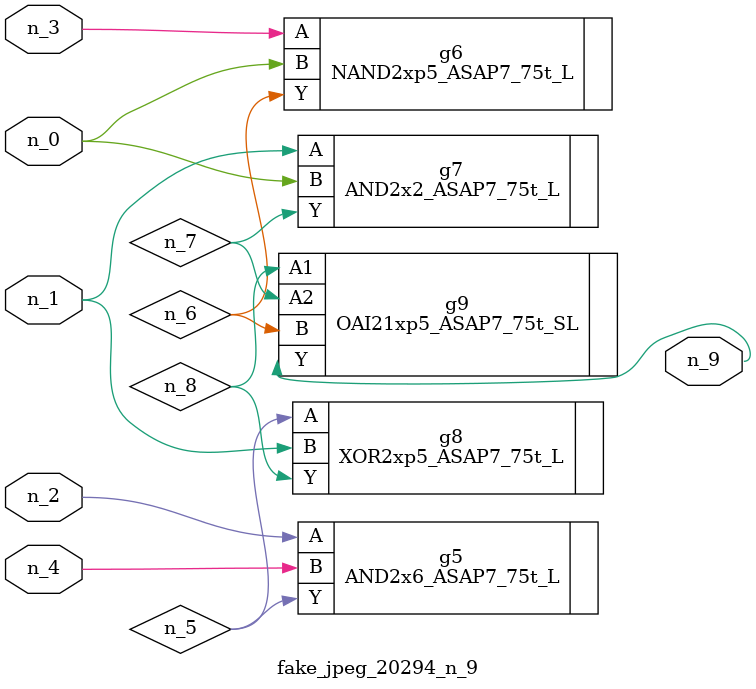
<source format=v>
module fake_jpeg_20294_n_9 (n_3, n_2, n_1, n_0, n_4, n_9);

input n_3;
input n_2;
input n_1;
input n_0;
input n_4;

output n_9;

wire n_8;
wire n_6;
wire n_5;
wire n_7;

AND2x6_ASAP7_75t_L g5 ( 
.A(n_2),
.B(n_4),
.Y(n_5)
);

NAND2xp5_ASAP7_75t_L g6 ( 
.A(n_3),
.B(n_0),
.Y(n_6)
);

AND2x2_ASAP7_75t_L g7 ( 
.A(n_1),
.B(n_0),
.Y(n_7)
);

XOR2xp5_ASAP7_75t_L g8 ( 
.A(n_5),
.B(n_1),
.Y(n_8)
);

OAI21xp5_ASAP7_75t_SL g9 ( 
.A1(n_8),
.A2(n_7),
.B(n_6),
.Y(n_9)
);


endmodule
</source>
